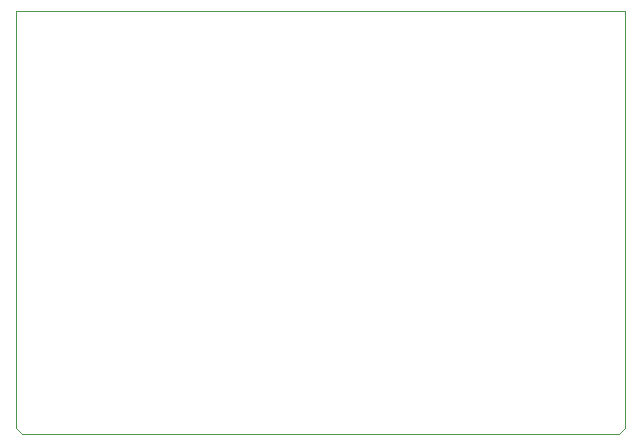
<source format=gm1>
%TF.GenerationSoftware,KiCad,Pcbnew,(6.0.7)*%
%TF.CreationDate,2023-03-31T21:15:27+02:00*%
%TF.ProjectId,airboy_cartridge,61697262-6f79-45f6-9361-727472696467,rev?*%
%TF.SameCoordinates,Original*%
%TF.FileFunction,Profile,NP*%
%FSLAX46Y46*%
G04 Gerber Fmt 4.6, Leading zero omitted, Abs format (unit mm)*
G04 Created by KiCad (PCBNEW (6.0.7)) date 2023-03-31 21:15:27*
%MOMM*%
%LPD*%
G01*
G04 APERTURE LIST*
%TA.AperFunction,Profile*%
%ADD10C,0.100000*%
%TD*%
G04 APERTURE END LIST*
D10*
X124200000Y-86000000D02*
X124200000Y-121300000D01*
X175800000Y-86000000D02*
X175800000Y-121300000D01*
X124200000Y-86000000D02*
X175800000Y-86000000D01*
X124700000Y-121800000D02*
X175300000Y-121800000D01*
X175300000Y-121800000D02*
X175800000Y-121300000D01*
X124200000Y-121300000D02*
X124700000Y-121800000D01*
M02*

</source>
